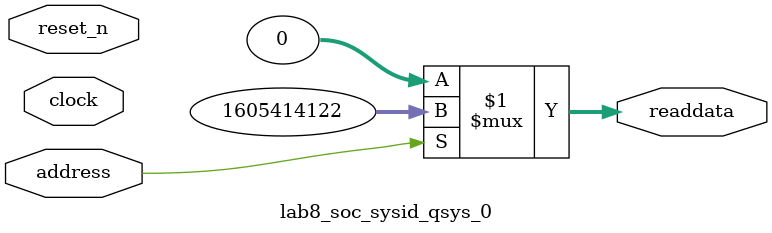
<source format=v>



// synthesis translate_off
`timescale 1ns / 1ps
// synthesis translate_on

// turn off superfluous verilog processor warnings 
// altera message_level Level1 
// altera message_off 10034 10035 10036 10037 10230 10240 10030 

module lab8_soc_sysid_qsys_0 (
               // inputs:
                address,
                clock,
                reset_n,

               // outputs:
                readdata
             )
;

  output  [ 31: 0] readdata;
  input            address;
  input            clock;
  input            reset_n;

  wire    [ 31: 0] readdata;
  //control_slave, which is an e_avalon_slave
  assign readdata = address ? 1605414122 : 0;

endmodule



</source>
